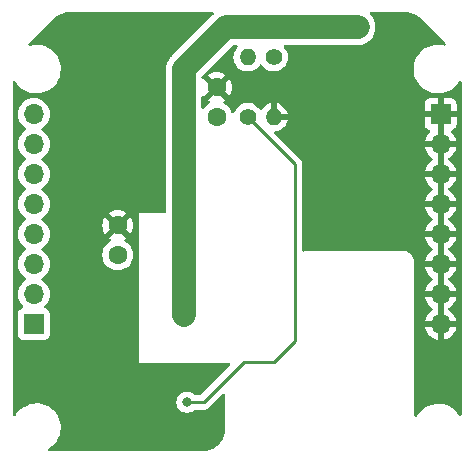
<source format=gbr>
%TF.GenerationSoftware,KiCad,Pcbnew,7.0.11*%
%TF.CreationDate,2025-01-20T01:33:53+09:00*%
%TF.ProjectId,VoltageBooster,566f6c74-6167-4654-926f-6f737465722e,rev?*%
%TF.SameCoordinates,Original*%
%TF.FileFunction,Copper,L2,Bot*%
%TF.FilePolarity,Positive*%
%FSLAX46Y46*%
G04 Gerber Fmt 4.6, Leading zero omitted, Abs format (unit mm)*
G04 Created by KiCad (PCBNEW 7.0.11) date 2025-01-20 01:33:53*
%MOMM*%
%LPD*%
G01*
G04 APERTURE LIST*
%TA.AperFunction,ComponentPad*%
%ADD10C,1.400000*%
%TD*%
%TA.AperFunction,ComponentPad*%
%ADD11O,1.400000X1.400000*%
%TD*%
%TA.AperFunction,ComponentPad*%
%ADD12R,1.700000X1.700000*%
%TD*%
%TA.AperFunction,ComponentPad*%
%ADD13O,1.700000X1.700000*%
%TD*%
%TA.AperFunction,ComponentPad*%
%ADD14C,1.600000*%
%TD*%
%TA.AperFunction,ViaPad*%
%ADD15C,0.800000*%
%TD*%
%TA.AperFunction,Conductor*%
%ADD16C,2.000000*%
%TD*%
%TA.AperFunction,Conductor*%
%ADD17C,0.250000*%
%TD*%
G04 APERTURE END LIST*
D10*
%TO.P,R2,1*%
%TO.N,Net-(VR1-FB)*%
X155448000Y-85344000D03*
D11*
%TO.P,R2,2*%
%TO.N,GND*%
X155448000Y-90424000D03*
%TD*%
D12*
%TO.P,J2,1,Pin_1*%
%TO.N,+12V*%
X135128000Y-107950000D03*
D13*
%TO.P,J2,2,Pin_2*%
X135128000Y-105410000D03*
%TO.P,J2,3,Pin_3*%
X135128000Y-102870000D03*
%TO.P,J2,4,Pin_4*%
X135128000Y-100330000D03*
%TO.P,J2,5,Pin_5*%
%TO.N,unconnected-(J2-Pin_5-Pad5)*%
X135128000Y-97790000D03*
%TO.P,J2,6,Pin_6*%
%TO.N,+48V*%
X135128000Y-95250000D03*
%TO.P,J2,7,Pin_7*%
X135128000Y-92710000D03*
%TO.P,J2,8,Pin_8*%
X135128000Y-90170000D03*
%TD*%
D14*
%TO.P,C3,1*%
%TO.N,+48V*%
X150622000Y-90404000D03*
%TO.P,C3,2*%
%TO.N,GND*%
X150622000Y-87904000D03*
%TD*%
D12*
%TO.P,J1,1,Pin_1*%
%TO.N,GND*%
X169570000Y-90170000D03*
D13*
%TO.P,J1,2,Pin_2*%
X169570000Y-92710000D03*
%TO.P,J1,3,Pin_3*%
X169570000Y-95250000D03*
%TO.P,J1,4,Pin_4*%
X169570000Y-97790000D03*
%TO.P,J1,5,Pin_5*%
X169570000Y-100330000D03*
%TO.P,J1,6,Pin_6*%
X169570000Y-102870000D03*
%TO.P,J1,7,Pin_7*%
X169570000Y-105410000D03*
%TO.P,J1,8,Pin_8*%
X169570000Y-107950000D03*
%TD*%
D14*
%TO.P,C2,1*%
%TO.N,+12V*%
X142240000Y-102088000D03*
%TO.P,C2,2*%
%TO.N,GND*%
X142240000Y-99588000D03*
%TD*%
D10*
%TO.P,R1,1*%
%TO.N,+48V*%
X153238000Y-90429000D03*
D11*
%TO.P,R1,2*%
%TO.N,Net-(VR1-FB)*%
X153238000Y-85349000D03*
%TD*%
D15*
%TO.N,+12V*%
X161074000Y-82804000D03*
X147828000Y-107188000D03*
X147828000Y-103886000D03*
X162560000Y-82804000D03*
X159512000Y-82804000D03*
X147828000Y-102362000D03*
X147828000Y-105410000D03*
%TO.N,GND*%
X137970000Y-82930000D03*
X143530000Y-83230000D03*
X167900000Y-109260000D03*
X167770000Y-102190000D03*
X137200000Y-98610000D03*
X170670000Y-110020000D03*
X138040000Y-118030000D03*
X140180000Y-99430000D03*
X170760000Y-114310000D03*
X167560000Y-90700000D03*
X153210000Y-87810000D03*
X161130000Y-90730000D03*
X164230000Y-84090000D03*
X141986000Y-112522000D03*
X141900000Y-109590000D03*
X167790000Y-88670000D03*
X169310000Y-111980000D03*
X138030000Y-109690000D03*
X164440000Y-90710000D03*
X167890000Y-114290000D03*
X170860000Y-88460000D03*
X157260000Y-90440000D03*
X137710000Y-88100000D03*
X140890000Y-86760000D03*
X145780000Y-88030000D03*
X157820000Y-87990000D03*
X168630000Y-83710000D03*
X148990000Y-82210000D03*
X164460000Y-82140000D03*
X133940000Y-110310000D03*
X151340000Y-86000000D03*
X155420000Y-87820000D03*
%TO.N,+48V*%
X148110000Y-114570000D03*
%TD*%
D16*
%TO.N,+12V*%
X151384000Y-82804000D02*
X157988000Y-82804000D01*
X147828000Y-86360000D02*
X151384000Y-82804000D01*
X147828000Y-102362000D02*
X147828000Y-86360000D01*
X161074000Y-82804000D02*
X162560000Y-82804000D01*
X161074000Y-82804000D02*
X157988000Y-82804000D01*
X147828000Y-107188000D02*
X147828000Y-102362000D01*
X157988000Y-82804000D02*
X159512000Y-82804000D01*
D17*
%TO.N,+48V*%
X155430000Y-111190000D02*
X157225000Y-109395000D01*
X152898167Y-111190000D02*
X155430000Y-111190000D01*
X149518167Y-114570000D02*
X152898167Y-111190000D01*
X157225000Y-109395000D02*
X157225000Y-94416000D01*
X148110000Y-114570000D02*
X149518167Y-114570000D01*
X157225000Y-94416000D02*
X153238000Y-90429000D01*
%TD*%
%TA.AperFunction,Conductor*%
%TO.N,GND*%
G36*
X150299459Y-81551758D02*
G01*
X150345214Y-81604562D01*
X150355158Y-81673720D01*
X150326133Y-81737276D01*
X150316404Y-81747301D01*
X150276267Y-81784250D01*
X150276255Y-81784263D01*
X150261833Y-81802792D01*
X150251664Y-81814307D01*
X146838306Y-85227664D01*
X146826794Y-85237832D01*
X146808255Y-85252262D01*
X146746776Y-85319045D01*
X146743231Y-85322739D01*
X146723104Y-85342865D01*
X146723094Y-85342877D01*
X146704689Y-85364608D01*
X146701298Y-85368448D01*
X146639838Y-85435211D01*
X146639835Y-85435214D01*
X146626994Y-85454870D01*
X146617813Y-85467183D01*
X146602635Y-85485104D01*
X146556174Y-85563074D01*
X146553462Y-85567417D01*
X146503829Y-85643389D01*
X146503824Y-85643397D01*
X146494397Y-85664889D01*
X146487367Y-85678546D01*
X146475348Y-85698716D01*
X146475343Y-85698726D01*
X146442347Y-85783288D01*
X146440386Y-85788021D01*
X146403937Y-85871118D01*
X146403935Y-85871123D01*
X146398169Y-85893890D01*
X146393484Y-85908515D01*
X146384953Y-85930379D01*
X146384948Y-85930395D01*
X146366324Y-86019211D01*
X146365170Y-86024201D01*
X146342892Y-86112175D01*
X146342890Y-86112186D01*
X146340952Y-86135577D01*
X146338737Y-86150778D01*
X146333920Y-86173750D01*
X146333919Y-86173763D01*
X146330168Y-86264440D01*
X146329851Y-86269550D01*
X146327500Y-86297934D01*
X146327500Y-86326402D01*
X146327394Y-86331526D01*
X146323642Y-86422219D01*
X146326548Y-86445526D01*
X146327500Y-86460863D01*
X146327500Y-98391152D01*
X146307815Y-98458191D01*
X146255011Y-98503946D01*
X146203207Y-98515152D01*
X144027869Y-98510018D01*
X144020000Y-98510000D01*
X144019999Y-98510000D01*
X144010000Y-111259999D01*
X144010000Y-111260000D01*
X151644215Y-111260000D01*
X151711254Y-111279685D01*
X151757009Y-111332489D01*
X151766953Y-111401647D01*
X151737928Y-111465203D01*
X151731896Y-111471681D01*
X149295395Y-113908181D01*
X149234072Y-113941666D01*
X149207714Y-113944500D01*
X148813748Y-113944500D01*
X148746709Y-113924815D01*
X148721600Y-113903474D01*
X148715873Y-113897114D01*
X148715869Y-113897110D01*
X148562734Y-113785851D01*
X148562729Y-113785848D01*
X148389807Y-113708857D01*
X148389802Y-113708855D01*
X148244001Y-113677865D01*
X148204646Y-113669500D01*
X148015354Y-113669500D01*
X147982897Y-113676398D01*
X147830197Y-113708855D01*
X147830192Y-113708857D01*
X147657270Y-113785848D01*
X147657265Y-113785851D01*
X147504129Y-113897111D01*
X147377466Y-114037785D01*
X147282821Y-114201715D01*
X147282818Y-114201722D01*
X147224327Y-114381740D01*
X147224326Y-114381744D01*
X147204540Y-114570000D01*
X147224326Y-114758256D01*
X147224327Y-114758259D01*
X147282818Y-114938277D01*
X147282821Y-114938284D01*
X147377467Y-115102216D01*
X147498401Y-115236526D01*
X147504129Y-115242888D01*
X147657265Y-115354148D01*
X147657270Y-115354151D01*
X147830192Y-115431142D01*
X147830197Y-115431144D01*
X148015354Y-115470500D01*
X148015355Y-115470500D01*
X148204644Y-115470500D01*
X148204646Y-115470500D01*
X148389803Y-115431144D01*
X148562730Y-115354151D01*
X148715871Y-115242888D01*
X148718788Y-115239647D01*
X148721600Y-115236526D01*
X148781087Y-115199879D01*
X148813748Y-115195500D01*
X149435424Y-115195500D01*
X149451044Y-115197224D01*
X149451071Y-115196939D01*
X149458827Y-115197671D01*
X149458834Y-115197673D01*
X149526040Y-115195561D01*
X149529935Y-115195500D01*
X149557513Y-115195500D01*
X149557517Y-115195500D01*
X149561491Y-115194997D01*
X149573130Y-115194080D01*
X149616794Y-115192709D01*
X149636036Y-115187117D01*
X149655079Y-115183174D01*
X149674959Y-115180664D01*
X149715568Y-115164585D01*
X149726611Y-115160803D01*
X149768557Y-115148618D01*
X149785796Y-115138422D01*
X149803270Y-115129862D01*
X149821894Y-115122488D01*
X149821894Y-115122487D01*
X149821899Y-115122486D01*
X149857250Y-115096800D01*
X149866981Y-115090408D01*
X149904587Y-115068170D01*
X149918756Y-115053999D01*
X149933546Y-115041368D01*
X149949754Y-115029594D01*
X149977605Y-114995926D01*
X149985446Y-114987309D01*
X151137819Y-113834937D01*
X151199142Y-113801452D01*
X151268834Y-113806436D01*
X151324767Y-113848308D01*
X151349184Y-113913772D01*
X151349500Y-113922618D01*
X151349500Y-116723792D01*
X151349480Y-116726026D01*
X151349402Y-116730354D01*
X151349244Y-116734763D01*
X151348781Y-116743393D01*
X151348694Y-116744859D01*
X151344032Y-116815998D01*
X151343981Y-116816734D01*
X151334905Y-116943653D01*
X151334511Y-116948061D01*
X151327589Y-117012455D01*
X151326328Y-117021221D01*
X151320990Y-117050804D01*
X151320579Y-117052975D01*
X151307059Y-117120949D01*
X151306608Y-117123115D01*
X151284662Y-117224007D01*
X151283643Y-117228319D01*
X151269308Y-117284479D01*
X151266580Y-117293668D01*
X151233789Y-117390270D01*
X151232551Y-117393746D01*
X151195040Y-117494319D01*
X151193420Y-117498436D01*
X151176353Y-117539642D01*
X151173003Y-117547036D01*
X151125567Y-117643226D01*
X151123188Y-117647807D01*
X151067862Y-117749134D01*
X151065669Y-117752986D01*
X151050249Y-117778973D01*
X151046712Y-117784586D01*
X150984389Y-117877861D01*
X150980554Y-117883281D01*
X150905705Y-117983269D01*
X150902987Y-117986768D01*
X150894206Y-117997664D01*
X150890885Y-118001613D01*
X150812877Y-118090565D01*
X150807330Y-118096488D01*
X150713901Y-118189918D01*
X150707978Y-118195465D01*
X150619015Y-118273484D01*
X150615066Y-118276804D01*
X150604184Y-118285574D01*
X150600684Y-118288293D01*
X150500688Y-118363149D01*
X150495269Y-118366984D01*
X150402001Y-118429304D01*
X150396386Y-118432842D01*
X150370422Y-118448248D01*
X150366572Y-118450441D01*
X150265216Y-118505784D01*
X150260634Y-118508163D01*
X150164456Y-118555593D01*
X150157068Y-118558941D01*
X150115863Y-118576010D01*
X150111741Y-118577632D01*
X150011146Y-118615152D01*
X150007671Y-118616389D01*
X149911102Y-118649170D01*
X149901910Y-118651899D01*
X149845712Y-118666243D01*
X149841403Y-118667261D01*
X149740518Y-118689207D01*
X149738352Y-118689658D01*
X149670555Y-118703144D01*
X149668379Y-118703557D01*
X149638625Y-118708925D01*
X149629859Y-118710185D01*
X149565477Y-118717104D01*
X149561066Y-118717499D01*
X149432111Y-118726715D01*
X149431381Y-118726765D01*
X149363449Y-118731217D01*
X149361979Y-118731304D01*
X149352187Y-118731829D01*
X149347775Y-118731987D01*
X149345680Y-118732024D01*
X149343456Y-118732064D01*
X149341261Y-118732084D01*
X136440835Y-118732084D01*
X136373796Y-118712399D01*
X136328041Y-118659595D01*
X136318097Y-118590437D01*
X136347122Y-118526881D01*
X136382621Y-118498598D01*
X136420358Y-118478532D01*
X136449253Y-118463169D01*
X136681254Y-118294610D01*
X136887539Y-118095403D01*
X137064093Y-117869425D01*
X137207477Y-117621075D01*
X137314903Y-117355187D01*
X137384279Y-117076935D01*
X137414255Y-116791736D01*
X137412265Y-116734763D01*
X137404247Y-116505144D01*
X137404246Y-116505137D01*
X137354450Y-116222728D01*
X137265833Y-115949994D01*
X137211661Y-115838925D01*
X137140125Y-115692254D01*
X137140123Y-115692251D01*
X137140121Y-115692247D01*
X136979762Y-115454504D01*
X136805883Y-115261392D01*
X136787879Y-115241396D01*
X136787872Y-115241389D01*
X136568202Y-115057063D01*
X136325006Y-114905097D01*
X136325004Y-114905096D01*
X136063037Y-114788459D01*
X136063027Y-114788456D01*
X136063025Y-114788455D01*
X135787364Y-114709411D01*
X135787362Y-114709410D01*
X135787353Y-114709408D01*
X135503389Y-114669500D01*
X135503385Y-114669500D01*
X135288396Y-114669500D01*
X135288383Y-114669500D01*
X135073925Y-114684497D01*
X135073921Y-114684497D01*
X134793427Y-114744119D01*
X134523954Y-114842199D01*
X134270752Y-114976827D01*
X134270745Y-114976832D01*
X134038753Y-115145383D01*
X134038746Y-115145389D01*
X133832459Y-115344599D01*
X133655907Y-115570574D01*
X133581887Y-115698782D01*
X133531320Y-115746997D01*
X133462713Y-115760221D01*
X133397849Y-115734253D01*
X133357320Y-115677339D01*
X133350500Y-115636782D01*
X133350500Y-105410000D01*
X133772341Y-105410000D01*
X133792936Y-105645403D01*
X133792938Y-105645413D01*
X133854094Y-105873655D01*
X133854096Y-105873659D01*
X133854097Y-105873663D01*
X133953847Y-106087578D01*
X133953965Y-106087830D01*
X133953967Y-106087834D01*
X134062281Y-106242521D01*
X134089501Y-106281396D01*
X134089506Y-106281402D01*
X134211430Y-106403326D01*
X134244915Y-106464649D01*
X134239931Y-106534341D01*
X134198059Y-106590274D01*
X134167083Y-106607189D01*
X134035669Y-106656203D01*
X134035664Y-106656206D01*
X133920455Y-106742452D01*
X133920452Y-106742455D01*
X133834206Y-106857664D01*
X133834202Y-106857671D01*
X133783908Y-106992517D01*
X133777501Y-107052116D01*
X133777501Y-107052123D01*
X133777500Y-107052135D01*
X133777500Y-108847870D01*
X133777501Y-108847876D01*
X133783908Y-108907483D01*
X133834202Y-109042328D01*
X133834206Y-109042335D01*
X133920452Y-109157544D01*
X133920455Y-109157547D01*
X134035664Y-109243793D01*
X134035671Y-109243797D01*
X134170517Y-109294091D01*
X134170516Y-109294091D01*
X134177444Y-109294835D01*
X134230127Y-109300500D01*
X136025872Y-109300499D01*
X136085483Y-109294091D01*
X136220331Y-109243796D01*
X136335546Y-109157546D01*
X136421796Y-109042331D01*
X136472091Y-108907483D01*
X136478500Y-108847873D01*
X136478499Y-107052128D01*
X136472091Y-106992517D01*
X136442019Y-106911891D01*
X136421797Y-106857671D01*
X136421793Y-106857664D01*
X136335547Y-106742455D01*
X136335544Y-106742452D01*
X136220335Y-106656206D01*
X136220328Y-106656202D01*
X136088917Y-106607189D01*
X136032983Y-106565318D01*
X136008566Y-106499853D01*
X136023418Y-106431580D01*
X136044563Y-106403332D01*
X136166495Y-106281401D01*
X136302035Y-106087830D01*
X136401903Y-105873663D01*
X136463063Y-105645408D01*
X136483659Y-105410000D01*
X136463063Y-105174592D01*
X136401903Y-104946337D01*
X136302035Y-104732171D01*
X136166495Y-104538599D01*
X136166494Y-104538597D01*
X135999402Y-104371506D01*
X135999396Y-104371501D01*
X135813842Y-104241575D01*
X135770217Y-104186998D01*
X135763023Y-104117500D01*
X135794546Y-104055145D01*
X135813842Y-104038425D01*
X135836026Y-104022891D01*
X135999401Y-103908495D01*
X136166495Y-103741401D01*
X136302035Y-103547830D01*
X136401903Y-103333663D01*
X136463063Y-103105408D01*
X136483659Y-102870000D01*
X136463063Y-102634592D01*
X136401903Y-102406337D01*
X136302035Y-102192171D01*
X136229095Y-102088001D01*
X140934532Y-102088001D01*
X140954364Y-102314686D01*
X140954366Y-102314697D01*
X141013258Y-102534488D01*
X141013261Y-102534497D01*
X141109431Y-102740732D01*
X141109432Y-102740734D01*
X141239954Y-102927141D01*
X141400858Y-103088045D01*
X141400861Y-103088047D01*
X141587266Y-103218568D01*
X141793504Y-103314739D01*
X142013308Y-103373635D01*
X142175230Y-103387801D01*
X142239998Y-103393468D01*
X142240000Y-103393468D01*
X142240002Y-103393468D01*
X142296673Y-103388509D01*
X142466692Y-103373635D01*
X142686496Y-103314739D01*
X142892734Y-103218568D01*
X143079139Y-103088047D01*
X143240047Y-102927139D01*
X143370568Y-102740734D01*
X143466739Y-102534496D01*
X143525635Y-102314692D01*
X143545468Y-102088000D01*
X143525635Y-101861308D01*
X143466739Y-101641504D01*
X143370568Y-101435266D01*
X143240047Y-101248861D01*
X143240045Y-101248858D01*
X143079141Y-101087954D01*
X142892734Y-100957432D01*
X142892730Y-100957430D01*
X142877022Y-100950105D01*
X142824583Y-100903931D01*
X142805433Y-100836737D01*
X142825650Y-100769857D01*
X142877028Y-100725340D01*
X142892481Y-100718134D01*
X142965471Y-100667024D01*
X142284400Y-99985953D01*
X142365148Y-99973165D01*
X142478045Y-99915641D01*
X142567641Y-99826045D01*
X142625165Y-99713148D01*
X142637953Y-99632400D01*
X143319024Y-100313471D01*
X143370136Y-100240478D01*
X143466264Y-100034331D01*
X143466269Y-100034317D01*
X143525139Y-99814610D01*
X143525141Y-99814599D01*
X143544966Y-99588002D01*
X143544966Y-99587997D01*
X143525141Y-99361400D01*
X143525139Y-99361389D01*
X143466269Y-99141682D01*
X143466264Y-99141668D01*
X143370136Y-98935521D01*
X143370132Y-98935513D01*
X143319025Y-98862526D01*
X142637953Y-99543598D01*
X142625165Y-99462852D01*
X142567641Y-99349955D01*
X142478045Y-99260359D01*
X142365148Y-99202835D01*
X142284401Y-99190046D01*
X142965472Y-98508974D01*
X142892478Y-98457863D01*
X142686331Y-98361735D01*
X142686317Y-98361730D01*
X142466610Y-98302860D01*
X142466599Y-98302858D01*
X142240002Y-98283034D01*
X142239998Y-98283034D01*
X142013400Y-98302858D01*
X142013389Y-98302860D01*
X141793682Y-98361730D01*
X141793673Y-98361734D01*
X141587516Y-98457866D01*
X141587512Y-98457868D01*
X141514526Y-98508973D01*
X141514526Y-98508974D01*
X142195599Y-99190046D01*
X142114852Y-99202835D01*
X142001955Y-99260359D01*
X141912359Y-99349955D01*
X141854835Y-99462852D01*
X141842046Y-99543598D01*
X141160974Y-98862526D01*
X141160973Y-98862526D01*
X141109868Y-98935512D01*
X141109866Y-98935516D01*
X141013734Y-99141673D01*
X141013730Y-99141682D01*
X140954860Y-99361389D01*
X140954858Y-99361400D01*
X140935034Y-99587997D01*
X140935034Y-99588002D01*
X140954858Y-99814599D01*
X140954860Y-99814610D01*
X141013730Y-100034317D01*
X141013735Y-100034331D01*
X141109863Y-100240478D01*
X141160974Y-100313472D01*
X141842046Y-99632400D01*
X141854835Y-99713148D01*
X141912359Y-99826045D01*
X142001955Y-99915641D01*
X142114852Y-99973165D01*
X142195599Y-99985953D01*
X141514526Y-100667025D01*
X141587513Y-100718132D01*
X141587515Y-100718133D01*
X141602973Y-100725341D01*
X141655413Y-100771513D01*
X141674566Y-100838706D01*
X141654351Y-100905587D01*
X141602979Y-100950104D01*
X141587270Y-100957429D01*
X141587265Y-100957432D01*
X141400858Y-101087954D01*
X141239954Y-101248858D01*
X141109432Y-101435265D01*
X141109431Y-101435267D01*
X141013261Y-101641502D01*
X141013258Y-101641511D01*
X140954366Y-101861302D01*
X140954364Y-101861313D01*
X140934532Y-102087998D01*
X140934532Y-102088001D01*
X136229095Y-102088001D01*
X136191986Y-102035003D01*
X136166494Y-101998597D01*
X135999402Y-101831506D01*
X135999396Y-101831501D01*
X135813842Y-101701575D01*
X135770217Y-101646998D01*
X135763023Y-101577500D01*
X135794546Y-101515145D01*
X135813842Y-101498425D01*
X135836026Y-101482891D01*
X135999401Y-101368495D01*
X136166495Y-101201401D01*
X136302035Y-101007830D01*
X136401903Y-100793663D01*
X136463063Y-100565408D01*
X136483659Y-100330000D01*
X136463063Y-100094592D01*
X136401903Y-99866337D01*
X136302035Y-99652171D01*
X136257103Y-99588000D01*
X136166494Y-99458597D01*
X135999402Y-99291506D01*
X135999396Y-99291501D01*
X135813842Y-99161575D01*
X135770217Y-99106998D01*
X135763023Y-99037500D01*
X135794546Y-98975145D01*
X135813842Y-98958425D01*
X135846565Y-98935512D01*
X135999401Y-98828495D01*
X136166495Y-98661401D01*
X136302035Y-98467830D01*
X136401903Y-98253663D01*
X136463063Y-98025408D01*
X136483659Y-97790000D01*
X136463063Y-97554592D01*
X136401903Y-97326337D01*
X136302035Y-97112171D01*
X136166495Y-96918599D01*
X136166494Y-96918597D01*
X135999402Y-96751506D01*
X135999396Y-96751501D01*
X135813842Y-96621575D01*
X135770217Y-96566998D01*
X135763023Y-96497500D01*
X135794546Y-96435145D01*
X135813842Y-96418425D01*
X135836026Y-96402891D01*
X135999401Y-96288495D01*
X136166495Y-96121401D01*
X136302035Y-95927830D01*
X136401903Y-95713663D01*
X136463063Y-95485408D01*
X136483659Y-95250000D01*
X136463063Y-95014592D01*
X136401903Y-94786337D01*
X136302035Y-94572171D01*
X136250617Y-94498737D01*
X136166494Y-94378597D01*
X135999402Y-94211506D01*
X135999396Y-94211501D01*
X135813842Y-94081575D01*
X135770217Y-94026998D01*
X135763023Y-93957500D01*
X135794546Y-93895145D01*
X135813842Y-93878425D01*
X135836026Y-93862891D01*
X135999401Y-93748495D01*
X136166495Y-93581401D01*
X136302035Y-93387830D01*
X136401903Y-93173663D01*
X136463063Y-92945408D01*
X136483659Y-92710000D01*
X136463063Y-92474592D01*
X136401903Y-92246337D01*
X136302035Y-92032171D01*
X136166495Y-91838599D01*
X136166494Y-91838597D01*
X135999402Y-91671506D01*
X135999396Y-91671501D01*
X135813842Y-91541575D01*
X135770217Y-91486998D01*
X135763023Y-91417500D01*
X135794546Y-91355145D01*
X135813842Y-91338425D01*
X135952642Y-91241236D01*
X135999401Y-91208495D01*
X136166495Y-91041401D01*
X136302035Y-90847830D01*
X136401903Y-90633663D01*
X136463063Y-90405408D01*
X136483659Y-90170000D01*
X136463063Y-89934592D01*
X136401903Y-89706337D01*
X136302035Y-89492171D01*
X136284324Y-89466876D01*
X136166494Y-89298597D01*
X135999402Y-89131506D01*
X135999395Y-89131501D01*
X135805834Y-88995967D01*
X135805830Y-88995965D01*
X135734727Y-88962809D01*
X135591663Y-88896097D01*
X135591659Y-88896096D01*
X135591655Y-88896094D01*
X135363413Y-88834938D01*
X135363403Y-88834936D01*
X135128001Y-88814341D01*
X135127999Y-88814341D01*
X134892596Y-88834936D01*
X134892586Y-88834938D01*
X134664344Y-88896094D01*
X134664335Y-88896098D01*
X134450171Y-88995964D01*
X134450169Y-88995965D01*
X134256597Y-89131505D01*
X134089505Y-89298597D01*
X133953965Y-89492169D01*
X133953964Y-89492171D01*
X133854098Y-89706335D01*
X133854094Y-89706344D01*
X133792938Y-89934586D01*
X133792936Y-89934596D01*
X133772341Y-90169999D01*
X133772341Y-90170000D01*
X133792936Y-90405403D01*
X133792938Y-90405413D01*
X133854094Y-90633655D01*
X133854096Y-90633659D01*
X133854097Y-90633663D01*
X133919638Y-90774215D01*
X133953965Y-90847830D01*
X133953967Y-90847834D01*
X134089501Y-91041395D01*
X134089506Y-91041402D01*
X134256597Y-91208493D01*
X134256603Y-91208498D01*
X134442158Y-91338425D01*
X134485783Y-91393002D01*
X134492977Y-91462500D01*
X134461454Y-91524855D01*
X134442158Y-91541575D01*
X134256597Y-91671505D01*
X134089505Y-91838597D01*
X133953965Y-92032169D01*
X133953964Y-92032171D01*
X133854098Y-92246335D01*
X133854094Y-92246344D01*
X133792938Y-92474586D01*
X133792936Y-92474596D01*
X133772341Y-92709999D01*
X133772341Y-92710000D01*
X133792936Y-92945403D01*
X133792938Y-92945413D01*
X133854094Y-93173655D01*
X133854096Y-93173659D01*
X133854097Y-93173663D01*
X133953847Y-93387578D01*
X133953965Y-93387830D01*
X133953967Y-93387834D01*
X134089501Y-93581395D01*
X134089506Y-93581402D01*
X134256597Y-93748493D01*
X134256603Y-93748498D01*
X134442158Y-93878425D01*
X134485783Y-93933002D01*
X134492977Y-94002500D01*
X134461454Y-94064855D01*
X134442158Y-94081575D01*
X134256597Y-94211505D01*
X134089505Y-94378597D01*
X133953965Y-94572169D01*
X133953964Y-94572171D01*
X133854098Y-94786335D01*
X133854094Y-94786344D01*
X133792938Y-95014586D01*
X133792936Y-95014596D01*
X133772341Y-95249999D01*
X133772341Y-95250000D01*
X133792936Y-95485403D01*
X133792938Y-95485413D01*
X133854094Y-95713655D01*
X133854096Y-95713659D01*
X133854097Y-95713663D01*
X133953847Y-95927578D01*
X133953965Y-95927830D01*
X133953967Y-95927834D01*
X134089501Y-96121395D01*
X134089506Y-96121402D01*
X134256597Y-96288493D01*
X134256603Y-96288498D01*
X134442158Y-96418425D01*
X134485783Y-96473002D01*
X134492977Y-96542500D01*
X134461454Y-96604855D01*
X134442158Y-96621575D01*
X134256597Y-96751505D01*
X134089505Y-96918597D01*
X133953965Y-97112169D01*
X133953964Y-97112171D01*
X133854098Y-97326335D01*
X133854094Y-97326344D01*
X133792938Y-97554586D01*
X133792936Y-97554596D01*
X133772341Y-97789999D01*
X133772341Y-97790000D01*
X133792936Y-98025403D01*
X133792938Y-98025413D01*
X133854094Y-98253655D01*
X133854096Y-98253659D01*
X133854097Y-98253663D01*
X133921785Y-98398820D01*
X133953965Y-98467830D01*
X133953967Y-98467834D01*
X134089501Y-98661395D01*
X134089506Y-98661402D01*
X134256597Y-98828493D01*
X134256603Y-98828498D01*
X134442158Y-98958425D01*
X134485783Y-99013002D01*
X134492977Y-99082500D01*
X134461454Y-99144855D01*
X134442158Y-99161575D01*
X134256597Y-99291505D01*
X134089505Y-99458597D01*
X133953965Y-99652169D01*
X133953964Y-99652171D01*
X133854098Y-99866335D01*
X133854094Y-99866344D01*
X133792938Y-100094586D01*
X133792936Y-100094596D01*
X133772341Y-100329999D01*
X133772341Y-100330000D01*
X133792936Y-100565403D01*
X133792938Y-100565413D01*
X133854094Y-100793655D01*
X133854096Y-100793659D01*
X133854097Y-100793663D01*
X133874183Y-100836737D01*
X133953965Y-101007830D01*
X133953967Y-101007834D01*
X134089501Y-101201395D01*
X134089506Y-101201402D01*
X134256597Y-101368493D01*
X134256603Y-101368498D01*
X134442158Y-101498425D01*
X134485783Y-101553002D01*
X134492977Y-101622500D01*
X134461454Y-101684855D01*
X134442158Y-101701575D01*
X134256597Y-101831505D01*
X134089505Y-101998597D01*
X133953965Y-102192169D01*
X133953964Y-102192171D01*
X133854098Y-102406335D01*
X133854094Y-102406344D01*
X133792938Y-102634586D01*
X133792936Y-102634596D01*
X133772341Y-102869999D01*
X133772341Y-102870000D01*
X133792936Y-103105403D01*
X133792938Y-103105413D01*
X133854094Y-103333655D01*
X133854096Y-103333659D01*
X133854097Y-103333663D01*
X133881985Y-103393468D01*
X133953965Y-103547830D01*
X133953967Y-103547834D01*
X134089501Y-103741395D01*
X134089506Y-103741402D01*
X134256597Y-103908493D01*
X134256603Y-103908498D01*
X134442158Y-104038425D01*
X134485783Y-104093002D01*
X134492977Y-104162500D01*
X134461454Y-104224855D01*
X134442158Y-104241575D01*
X134256597Y-104371505D01*
X134089505Y-104538597D01*
X133953965Y-104732169D01*
X133953964Y-104732171D01*
X133854098Y-104946335D01*
X133854094Y-104946344D01*
X133792938Y-105174586D01*
X133792936Y-105174596D01*
X133772341Y-105409999D01*
X133772341Y-105410000D01*
X133350500Y-105410000D01*
X133350500Y-87453231D01*
X133370185Y-87386192D01*
X133422989Y-87340437D01*
X133492147Y-87330493D01*
X133555703Y-87359518D01*
X133576552Y-87384773D01*
X133577458Y-87384163D01*
X133579877Y-87387750D01*
X133579879Y-87387753D01*
X133740238Y-87625496D01*
X133786963Y-87677389D01*
X133932120Y-87838603D01*
X133932127Y-87838610D01*
X134151797Y-88022936D01*
X134378994Y-88164905D01*
X134394998Y-88174905D01*
X134513800Y-88227799D01*
X134656962Y-88291540D01*
X134656967Y-88291541D01*
X134656975Y-88291545D01*
X134932636Y-88370589D01*
X134932641Y-88370589D01*
X134932646Y-88370591D01*
X135121955Y-88397196D01*
X135216610Y-88410499D01*
X135216612Y-88410500D01*
X135216615Y-88410500D01*
X135431592Y-88410500D01*
X135431604Y-88410500D01*
X135646071Y-88395503D01*
X135646076Y-88395502D01*
X135646078Y-88395502D01*
X135767663Y-88369657D01*
X135926575Y-88335880D01*
X136196050Y-88237799D01*
X136449253Y-88103169D01*
X136681254Y-87934610D01*
X136887539Y-87735403D01*
X137064093Y-87509425D01*
X137207477Y-87261075D01*
X137314903Y-86995187D01*
X137384279Y-86716935D01*
X137414255Y-86431736D01*
X137414133Y-86428247D01*
X137404809Y-86161234D01*
X137404247Y-86145141D01*
X137354450Y-85862728D01*
X137265833Y-85589994D01*
X137260956Y-85579994D01*
X137140125Y-85332254D01*
X137140123Y-85332251D01*
X137140121Y-85332247D01*
X136979762Y-85094504D01*
X136787875Y-84881392D01*
X136787872Y-84881389D01*
X136568202Y-84697063D01*
X136325006Y-84545097D01*
X136325004Y-84545096D01*
X136063037Y-84428459D01*
X136063027Y-84428456D01*
X136063025Y-84428455D01*
X135787364Y-84349411D01*
X135787362Y-84349410D01*
X135787353Y-84349408D01*
X135503389Y-84309500D01*
X135503385Y-84309500D01*
X135288396Y-84309500D01*
X135288383Y-84309500D01*
X135073925Y-84324497D01*
X135073921Y-84324497D01*
X134827925Y-84376786D01*
X134758258Y-84371470D01*
X134702524Y-84329333D01*
X134678419Y-84263753D01*
X134693596Y-84195552D01*
X134714459Y-84167819D01*
X136761925Y-82120354D01*
X136766253Y-82116233D01*
X136768232Y-82114439D01*
X136768266Y-82114408D01*
X136804028Y-82082450D01*
X136804723Y-82081834D01*
X136910127Y-81989401D01*
X136913199Y-81986796D01*
X136957745Y-81950239D01*
X136964566Y-81945030D01*
X137026250Y-81901264D01*
X137028862Y-81899466D01*
X137122288Y-81837043D01*
X137125620Y-81834895D01*
X137157822Y-81814871D01*
X137163208Y-81811711D01*
X137239182Y-81769723D01*
X137244295Y-81767052D01*
X137352474Y-81713707D01*
X137356084Y-81711998D01*
X137370361Y-81705530D01*
X137373870Y-81704008D01*
X137455042Y-81670388D01*
X137458634Y-81668968D01*
X137473277Y-81663458D01*
X137476980Y-81662132D01*
X137591305Y-81623326D01*
X137596727Y-81621626D01*
X137680138Y-81597597D01*
X137686198Y-81596019D01*
X137723167Y-81587399D01*
X137726993Y-81586573D01*
X137837194Y-81564655D01*
X137840425Y-81564059D01*
X137914931Y-81551401D01*
X137923451Y-81550259D01*
X137980725Y-81544615D01*
X137984697Y-81544288D01*
X138122460Y-81535246D01*
X138123153Y-81535204D01*
X138175464Y-81532267D01*
X138182390Y-81532073D01*
X150232420Y-81532073D01*
X150299459Y-81551758D01*
G37*
%TD.AperFunction*%
%TA.AperFunction,Conductor*%
G36*
X169820000Y-107514498D02*
G01*
X169712315Y-107465320D01*
X169605763Y-107450000D01*
X169534237Y-107450000D01*
X169427685Y-107465320D01*
X169320000Y-107514498D01*
X169320000Y-105845501D01*
X169427685Y-105894680D01*
X169534237Y-105910000D01*
X169605763Y-105910000D01*
X169712315Y-105894680D01*
X169820000Y-105845501D01*
X169820000Y-107514498D01*
G37*
%TD.AperFunction*%
%TA.AperFunction,Conductor*%
G36*
X169820000Y-104974498D02*
G01*
X169712315Y-104925320D01*
X169605763Y-104910000D01*
X169534237Y-104910000D01*
X169427685Y-104925320D01*
X169320000Y-104974498D01*
X169320000Y-103305501D01*
X169427685Y-103354680D01*
X169534237Y-103370000D01*
X169605763Y-103370000D01*
X169712315Y-103354680D01*
X169820000Y-103305501D01*
X169820000Y-104974498D01*
G37*
%TD.AperFunction*%
%TA.AperFunction,Conductor*%
G36*
X169820000Y-102434498D02*
G01*
X169712315Y-102385320D01*
X169605763Y-102370000D01*
X169534237Y-102370000D01*
X169427685Y-102385320D01*
X169320000Y-102434498D01*
X169320000Y-100765501D01*
X169427685Y-100814680D01*
X169534237Y-100830000D01*
X169605763Y-100830000D01*
X169712315Y-100814680D01*
X169820000Y-100765501D01*
X169820000Y-102434498D01*
G37*
%TD.AperFunction*%
%TA.AperFunction,Conductor*%
G36*
X169820000Y-99894498D02*
G01*
X169712315Y-99845320D01*
X169605763Y-99830000D01*
X169534237Y-99830000D01*
X169427685Y-99845320D01*
X169320000Y-99894498D01*
X169320000Y-98225501D01*
X169427685Y-98274680D01*
X169534237Y-98290000D01*
X169605763Y-98290000D01*
X169712315Y-98274680D01*
X169820000Y-98225501D01*
X169820000Y-99894498D01*
G37*
%TD.AperFunction*%
%TA.AperFunction,Conductor*%
G36*
X169820000Y-97354498D02*
G01*
X169712315Y-97305320D01*
X169605763Y-97290000D01*
X169534237Y-97290000D01*
X169427685Y-97305320D01*
X169320000Y-97354498D01*
X169320000Y-95685501D01*
X169427685Y-95734680D01*
X169534237Y-95750000D01*
X169605763Y-95750000D01*
X169712315Y-95734680D01*
X169820000Y-95685501D01*
X169820000Y-97354498D01*
G37*
%TD.AperFunction*%
%TA.AperFunction,Conductor*%
G36*
X169820000Y-94814498D02*
G01*
X169712315Y-94765320D01*
X169605763Y-94750000D01*
X169534237Y-94750000D01*
X169427685Y-94765320D01*
X169320000Y-94814498D01*
X169320000Y-93145501D01*
X169427685Y-93194680D01*
X169534237Y-93210000D01*
X169605763Y-93210000D01*
X169712315Y-93194680D01*
X169820000Y-93145501D01*
X169820000Y-94814498D01*
G37*
%TD.AperFunction*%
%TA.AperFunction,Conductor*%
G36*
X169820000Y-92274498D02*
G01*
X169712315Y-92225320D01*
X169605763Y-92210000D01*
X169534237Y-92210000D01*
X169427685Y-92225320D01*
X169320000Y-92274498D01*
X169320000Y-90605501D01*
X169427685Y-90654680D01*
X169534237Y-90670000D01*
X169605763Y-90670000D01*
X169712315Y-90654680D01*
X169820000Y-90605501D01*
X169820000Y-92274498D01*
G37*
%TD.AperFunction*%
%TA.AperFunction,Conductor*%
G36*
X166523836Y-81532220D02*
G01*
X166526530Y-81532352D01*
X166526798Y-81532366D01*
X166574540Y-81535046D01*
X166575126Y-81535082D01*
X166715243Y-81544264D01*
X166719236Y-81544591D01*
X166776578Y-81550238D01*
X166785167Y-81551390D01*
X166859544Y-81564026D01*
X166862824Y-81564630D01*
X166972967Y-81586537D01*
X166976884Y-81587383D01*
X167013789Y-81595988D01*
X167019902Y-81597580D01*
X167103236Y-81621587D01*
X167108720Y-81623306D01*
X167222982Y-81662091D01*
X167226752Y-81663440D01*
X167241358Y-81668937D01*
X167245088Y-81670411D01*
X167326020Y-81703933D01*
X167329703Y-81705530D01*
X167343882Y-81711954D01*
X167347528Y-81713678D01*
X167455719Y-81767029D01*
X167460851Y-81769710D01*
X167531697Y-81808864D01*
X167536748Y-81811655D01*
X167542206Y-81814857D01*
X167574380Y-81834863D01*
X167577743Y-81837032D01*
X167671074Y-81899391D01*
X167673938Y-81901364D01*
X167735344Y-81944932D01*
X167742262Y-81950215D01*
X167786852Y-81986814D01*
X167789948Y-81989441D01*
X167897016Y-82083353D01*
X167897874Y-82084113D01*
X167928575Y-82111548D01*
X167929152Y-82112066D01*
X167933689Y-82116179D01*
X167938075Y-82120356D01*
X168991335Y-83173616D01*
X169970768Y-84153048D01*
X170004253Y-84214371D01*
X169999269Y-84284063D01*
X169957397Y-84339996D01*
X169891933Y-84364413D01*
X169848909Y-84359926D01*
X169841833Y-84357897D01*
X169777364Y-84339411D01*
X169777360Y-84339410D01*
X169777355Y-84339409D01*
X169493389Y-84299500D01*
X169493385Y-84299500D01*
X169278396Y-84299500D01*
X169278383Y-84299500D01*
X169063925Y-84314497D01*
X169063921Y-84314497D01*
X168783427Y-84374119D01*
X168513954Y-84472199D01*
X168260752Y-84606827D01*
X168260745Y-84606832D01*
X168028753Y-84775383D01*
X168028746Y-84775389D01*
X167822459Y-84974599D01*
X167645907Y-85200574D01*
X167502525Y-85448920D01*
X167502519Y-85448932D01*
X167395097Y-85714811D01*
X167350448Y-85893890D01*
X167325721Y-85993065D01*
X167309145Y-86150778D01*
X167295744Y-86278274D01*
X167305752Y-86564855D01*
X167305753Y-86564862D01*
X167355549Y-86847269D01*
X167355550Y-86847273D01*
X167444168Y-87120010D01*
X167569874Y-87377745D01*
X167569877Y-87377749D01*
X167569879Y-87377753D01*
X167730238Y-87615496D01*
X167739242Y-87625496D01*
X167922120Y-87828603D01*
X167922127Y-87828610D01*
X168141797Y-88012936D01*
X168141801Y-88012939D01*
X168141803Y-88012940D01*
X168384998Y-88164905D01*
X168504823Y-88218255D01*
X168646962Y-88281540D01*
X168646967Y-88281541D01*
X168646975Y-88281545D01*
X168922636Y-88360589D01*
X168922641Y-88360589D01*
X168922646Y-88360591D01*
X169111955Y-88387196D01*
X169206610Y-88400499D01*
X169206612Y-88400500D01*
X169206615Y-88400500D01*
X169421592Y-88400500D01*
X169421604Y-88400500D01*
X169636071Y-88385503D01*
X169636076Y-88385502D01*
X169636078Y-88385502D01*
X169757663Y-88359657D01*
X169916575Y-88325880D01*
X170186050Y-88227799D01*
X170439253Y-88093169D01*
X170671254Y-87924610D01*
X170877539Y-87725403D01*
X171054093Y-87499425D01*
X171118113Y-87388537D01*
X171168679Y-87340323D01*
X171237286Y-87327099D01*
X171302151Y-87353067D01*
X171342680Y-87409981D01*
X171349500Y-87450538D01*
X171349500Y-115602252D01*
X171329815Y-115669291D01*
X171277011Y-115715046D01*
X171207853Y-115724990D01*
X171144297Y-115695965D01*
X171122699Y-115671592D01*
X171099219Y-115636782D01*
X170989762Y-115474504D01*
X170797875Y-115261392D01*
X170797872Y-115261389D01*
X170578202Y-115077063D01*
X170335006Y-114925097D01*
X170335004Y-114925096D01*
X170073037Y-114808459D01*
X170073027Y-114808456D01*
X170073025Y-114808455D01*
X169797364Y-114729411D01*
X169797362Y-114729410D01*
X169797353Y-114729408D01*
X169513389Y-114689500D01*
X169513385Y-114689500D01*
X169298396Y-114689500D01*
X169298383Y-114689500D01*
X169083925Y-114704497D01*
X169083921Y-114704497D01*
X168803427Y-114764119D01*
X168533954Y-114862199D01*
X168280752Y-114996827D01*
X168280745Y-114996832D01*
X168048753Y-115165383D01*
X168048746Y-115165389D01*
X167842459Y-115364599D01*
X167665907Y-115590574D01*
X167581887Y-115736102D01*
X167531320Y-115784318D01*
X167462713Y-115797541D01*
X167397848Y-115771573D01*
X167357320Y-115714658D01*
X167350500Y-115674102D01*
X167350500Y-102896418D01*
X167352351Y-102890110D01*
X167350537Y-102816195D01*
X167350500Y-102813151D01*
X167350500Y-102796561D01*
X167350533Y-102796445D01*
X167350531Y-102740734D01*
X167350529Y-102657635D01*
X167320125Y-102485228D01*
X167260244Y-102320721D01*
X167172707Y-102169110D01*
X167060174Y-102035003D01*
X166926064Y-101922474D01*
X166774450Y-101834942D01*
X166774440Y-101834937D01*
X166609944Y-101775067D01*
X166609941Y-101775066D01*
X166437537Y-101744668D01*
X166437533Y-101744668D01*
X166350099Y-101744668D01*
X166281970Y-101744668D01*
X166278923Y-101744631D01*
X166207187Y-101742867D01*
X166198662Y-101744668D01*
X158337959Y-101744668D01*
X158337632Y-101744700D01*
X158262466Y-101744700D01*
X158090065Y-101775098D01*
X158090064Y-101775098D01*
X158016909Y-101801724D01*
X157947180Y-101806155D01*
X157886125Y-101772184D01*
X157853128Y-101710596D01*
X157850500Y-101685202D01*
X157850500Y-94498737D01*
X157852224Y-94483123D01*
X157851938Y-94483096D01*
X157852672Y-94475333D01*
X157850561Y-94408143D01*
X157850500Y-94404249D01*
X157850500Y-94376651D01*
X157850500Y-94376650D01*
X157849997Y-94372670D01*
X157849080Y-94361021D01*
X157847709Y-94317374D01*
X157847709Y-94317372D01*
X157842120Y-94298137D01*
X157838174Y-94279084D01*
X157835664Y-94259208D01*
X157819578Y-94218581D01*
X157815803Y-94207554D01*
X157803617Y-94165610D01*
X157793421Y-94148369D01*
X157784860Y-94130893D01*
X157777486Y-94112269D01*
X157777485Y-94112267D01*
X157755186Y-94081575D01*
X157751809Y-94076926D01*
X157745412Y-94067190D01*
X157723170Y-94029579D01*
X157723167Y-94029576D01*
X157723165Y-94029573D01*
X157709005Y-94015413D01*
X157696370Y-94000620D01*
X157684593Y-93984412D01*
X157650945Y-93956576D01*
X157642304Y-93948713D01*
X155521985Y-91828394D01*
X155488500Y-91767071D01*
X155493484Y-91697379D01*
X155535356Y-91641446D01*
X155586881Y-91618824D01*
X155777805Y-91583134D01*
X155985177Y-91502798D01*
X155985179Y-91502797D01*
X156174261Y-91385721D01*
X156338608Y-91235900D01*
X156465518Y-91067844D01*
X168220000Y-91067844D01*
X168226401Y-91127372D01*
X168226403Y-91127379D01*
X168276645Y-91262086D01*
X168276649Y-91262093D01*
X168362809Y-91377187D01*
X168362812Y-91377190D01*
X168477906Y-91463350D01*
X168477913Y-91463354D01*
X168609986Y-91512614D01*
X168665920Y-91554485D01*
X168690337Y-91619949D01*
X168675486Y-91688222D01*
X168654335Y-91716477D01*
X168531886Y-91838926D01*
X168396400Y-92032420D01*
X168396399Y-92032422D01*
X168296570Y-92246507D01*
X168296567Y-92246513D01*
X168239364Y-92459999D01*
X168239364Y-92460000D01*
X169136314Y-92460000D01*
X169110507Y-92500156D01*
X169070000Y-92638111D01*
X169070000Y-92781889D01*
X169110507Y-92919844D01*
X169136314Y-92960000D01*
X168239364Y-92960000D01*
X168296567Y-93173486D01*
X168296570Y-93173492D01*
X168396399Y-93387578D01*
X168531894Y-93581082D01*
X168698917Y-93748105D01*
X168885031Y-93878425D01*
X168928656Y-93933003D01*
X168935848Y-94002501D01*
X168904326Y-94064856D01*
X168885031Y-94081575D01*
X168698922Y-94211890D01*
X168698920Y-94211891D01*
X168531891Y-94378920D01*
X168531886Y-94378926D01*
X168396400Y-94572420D01*
X168396399Y-94572422D01*
X168296570Y-94786507D01*
X168296567Y-94786513D01*
X168239364Y-94999999D01*
X168239364Y-95000000D01*
X169136314Y-95000000D01*
X169110507Y-95040156D01*
X169070000Y-95178111D01*
X169070000Y-95321889D01*
X169110507Y-95459844D01*
X169136314Y-95500000D01*
X168239364Y-95500000D01*
X168296567Y-95713486D01*
X168296570Y-95713492D01*
X168396399Y-95927578D01*
X168531894Y-96121082D01*
X168698917Y-96288105D01*
X168885031Y-96418425D01*
X168928656Y-96473003D01*
X168935848Y-96542501D01*
X168904326Y-96604856D01*
X168885031Y-96621575D01*
X168698922Y-96751890D01*
X168698920Y-96751891D01*
X168531891Y-96918920D01*
X168531886Y-96918926D01*
X168396400Y-97112420D01*
X168396399Y-97112422D01*
X168296570Y-97326507D01*
X168296567Y-97326513D01*
X168239364Y-97539999D01*
X168239364Y-97540000D01*
X169136314Y-97540000D01*
X169110507Y-97580156D01*
X169070000Y-97718111D01*
X169070000Y-97861889D01*
X169110507Y-97999844D01*
X169136314Y-98040000D01*
X168239364Y-98040000D01*
X168296567Y-98253486D01*
X168296570Y-98253492D01*
X168396399Y-98467578D01*
X168531894Y-98661082D01*
X168698917Y-98828105D01*
X168885031Y-98958425D01*
X168928656Y-99013003D01*
X168935848Y-99082501D01*
X168904326Y-99144856D01*
X168885031Y-99161575D01*
X168698922Y-99291890D01*
X168698920Y-99291891D01*
X168531891Y-99458920D01*
X168531886Y-99458926D01*
X168396400Y-99652420D01*
X168396399Y-99652422D01*
X168296570Y-99866507D01*
X168296567Y-99866513D01*
X168239364Y-100079999D01*
X168239364Y-100080000D01*
X169136314Y-100080000D01*
X169110507Y-100120156D01*
X169070000Y-100258111D01*
X169070000Y-100401889D01*
X169110507Y-100539844D01*
X169136314Y-100580000D01*
X168239364Y-100580000D01*
X168296567Y-100793486D01*
X168296570Y-100793492D01*
X168396399Y-101007578D01*
X168531894Y-101201082D01*
X168698917Y-101368105D01*
X168885031Y-101498425D01*
X168928656Y-101553003D01*
X168935848Y-101622501D01*
X168904326Y-101684856D01*
X168885031Y-101701575D01*
X168698922Y-101831890D01*
X168698920Y-101831891D01*
X168531891Y-101998920D01*
X168531886Y-101998926D01*
X168396400Y-102192420D01*
X168396399Y-102192422D01*
X168296570Y-102406507D01*
X168296567Y-102406513D01*
X168239364Y-102619999D01*
X168239364Y-102620000D01*
X169136314Y-102620000D01*
X169110507Y-102660156D01*
X169070000Y-102798111D01*
X169070000Y-102941889D01*
X169110507Y-103079844D01*
X169136314Y-103120000D01*
X168239364Y-103120000D01*
X168296567Y-103333486D01*
X168296570Y-103333492D01*
X168396399Y-103547578D01*
X168531894Y-103741082D01*
X168698917Y-103908105D01*
X168885031Y-104038425D01*
X168928656Y-104093003D01*
X168935848Y-104162501D01*
X168904326Y-104224856D01*
X168885031Y-104241575D01*
X168698922Y-104371890D01*
X168698920Y-104371891D01*
X168531891Y-104538920D01*
X168531886Y-104538926D01*
X168396400Y-104732420D01*
X168396399Y-104732422D01*
X168296570Y-104946507D01*
X168296567Y-104946513D01*
X168239364Y-105159999D01*
X168239364Y-105160000D01*
X169136314Y-105160000D01*
X169110507Y-105200156D01*
X169070000Y-105338111D01*
X169070000Y-105481889D01*
X169110507Y-105619844D01*
X169136314Y-105660000D01*
X168239364Y-105660000D01*
X168296567Y-105873486D01*
X168296570Y-105873492D01*
X168396399Y-106087578D01*
X168531894Y-106281082D01*
X168698917Y-106448105D01*
X168885031Y-106578425D01*
X168928656Y-106633003D01*
X168935848Y-106702501D01*
X168904326Y-106764856D01*
X168885031Y-106781575D01*
X168698922Y-106911890D01*
X168698920Y-106911891D01*
X168531891Y-107078920D01*
X168531886Y-107078926D01*
X168396400Y-107272420D01*
X168396399Y-107272422D01*
X168296570Y-107486507D01*
X168296567Y-107486513D01*
X168239364Y-107699999D01*
X168239364Y-107700000D01*
X169136314Y-107700000D01*
X169110507Y-107740156D01*
X169070000Y-107878111D01*
X169070000Y-108021889D01*
X169110507Y-108159844D01*
X169136314Y-108200000D01*
X168239364Y-108200000D01*
X168296567Y-108413486D01*
X168296570Y-108413492D01*
X168396399Y-108627578D01*
X168531894Y-108821082D01*
X168698917Y-108988105D01*
X168892421Y-109123600D01*
X169106507Y-109223429D01*
X169106516Y-109223433D01*
X169320000Y-109280634D01*
X169320000Y-108385501D01*
X169427685Y-108434680D01*
X169534237Y-108450000D01*
X169605763Y-108450000D01*
X169712315Y-108434680D01*
X169820000Y-108385501D01*
X169820000Y-109280633D01*
X170033483Y-109223433D01*
X170033492Y-109223429D01*
X170247578Y-109123600D01*
X170441082Y-108988105D01*
X170608105Y-108821082D01*
X170743600Y-108627578D01*
X170843429Y-108413492D01*
X170843432Y-108413486D01*
X170900636Y-108200000D01*
X170003686Y-108200000D01*
X170029493Y-108159844D01*
X170070000Y-108021889D01*
X170070000Y-107878111D01*
X170029493Y-107740156D01*
X170003686Y-107700000D01*
X170900636Y-107700000D01*
X170900635Y-107699999D01*
X170843432Y-107486513D01*
X170843429Y-107486507D01*
X170743600Y-107272422D01*
X170743599Y-107272420D01*
X170608113Y-107078926D01*
X170608108Y-107078920D01*
X170441082Y-106911894D01*
X170254968Y-106781575D01*
X170211344Y-106726998D01*
X170204151Y-106657499D01*
X170235673Y-106595145D01*
X170254968Y-106578425D01*
X170441082Y-106448105D01*
X170608105Y-106281082D01*
X170743600Y-106087578D01*
X170843429Y-105873492D01*
X170843432Y-105873486D01*
X170900636Y-105660000D01*
X170003686Y-105660000D01*
X170029493Y-105619844D01*
X170070000Y-105481889D01*
X170070000Y-105338111D01*
X170029493Y-105200156D01*
X170003686Y-105160000D01*
X170900636Y-105160000D01*
X170900635Y-105159999D01*
X170843432Y-104946513D01*
X170843429Y-104946507D01*
X170743600Y-104732422D01*
X170743599Y-104732420D01*
X170608113Y-104538926D01*
X170608108Y-104538920D01*
X170441082Y-104371894D01*
X170254968Y-104241575D01*
X170211344Y-104186998D01*
X170204151Y-104117499D01*
X170235673Y-104055145D01*
X170254968Y-104038425D01*
X170441082Y-103908105D01*
X170608105Y-103741082D01*
X170743600Y-103547578D01*
X170843429Y-103333492D01*
X170843432Y-103333486D01*
X170900636Y-103120000D01*
X170003686Y-103120000D01*
X170029493Y-103079844D01*
X170070000Y-102941889D01*
X170070000Y-102798111D01*
X170029493Y-102660156D01*
X170003686Y-102620000D01*
X170900636Y-102620000D01*
X170900635Y-102619999D01*
X170843432Y-102406513D01*
X170843429Y-102406507D01*
X170743600Y-102192422D01*
X170743599Y-102192420D01*
X170608113Y-101998926D01*
X170608108Y-101998920D01*
X170441082Y-101831894D01*
X170254968Y-101701575D01*
X170211344Y-101646998D01*
X170204151Y-101577499D01*
X170235673Y-101515145D01*
X170254968Y-101498425D01*
X170441082Y-101368105D01*
X170608105Y-101201082D01*
X170743600Y-101007578D01*
X170843429Y-100793492D01*
X170843432Y-100793486D01*
X170900636Y-100580000D01*
X170003686Y-100580000D01*
X170029493Y-100539844D01*
X170070000Y-100401889D01*
X170070000Y-100258111D01*
X170029493Y-100120156D01*
X170003686Y-100080000D01*
X170900636Y-100080000D01*
X170900635Y-100079999D01*
X170843432Y-99866513D01*
X170843429Y-99866507D01*
X170743600Y-99652422D01*
X170743599Y-99652420D01*
X170608113Y-99458926D01*
X170608108Y-99458920D01*
X170441082Y-99291894D01*
X170254968Y-99161575D01*
X170211344Y-99106998D01*
X170204151Y-99037499D01*
X170235673Y-98975145D01*
X170254968Y-98958425D01*
X170441082Y-98828105D01*
X170608105Y-98661082D01*
X170743600Y-98467578D01*
X170843429Y-98253492D01*
X170843432Y-98253486D01*
X170900636Y-98040000D01*
X170003686Y-98040000D01*
X170029493Y-97999844D01*
X170070000Y-97861889D01*
X170070000Y-97718111D01*
X170029493Y-97580156D01*
X170003686Y-97540000D01*
X170900636Y-97540000D01*
X170900635Y-97539999D01*
X170843432Y-97326513D01*
X170843429Y-97326507D01*
X170743600Y-97112422D01*
X170743599Y-97112420D01*
X170608113Y-96918926D01*
X170608108Y-96918920D01*
X170441082Y-96751894D01*
X170254968Y-96621575D01*
X170211344Y-96566998D01*
X170204151Y-96497499D01*
X170235673Y-96435145D01*
X170254968Y-96418425D01*
X170441082Y-96288105D01*
X170608105Y-96121082D01*
X170743600Y-95927578D01*
X170843429Y-95713492D01*
X170843432Y-95713486D01*
X170900636Y-95500000D01*
X170003686Y-95500000D01*
X170029493Y-95459844D01*
X170070000Y-95321889D01*
X170070000Y-95178111D01*
X170029493Y-95040156D01*
X170003686Y-95000000D01*
X170900636Y-95000000D01*
X170900635Y-94999999D01*
X170843432Y-94786513D01*
X170843429Y-94786507D01*
X170743600Y-94572422D01*
X170743599Y-94572420D01*
X170608113Y-94378926D01*
X170608108Y-94378920D01*
X170441082Y-94211894D01*
X170254968Y-94081575D01*
X170211344Y-94026998D01*
X170204151Y-93957499D01*
X170235673Y-93895145D01*
X170254968Y-93878425D01*
X170441082Y-93748105D01*
X170608105Y-93581082D01*
X170743600Y-93387578D01*
X170843429Y-93173492D01*
X170843432Y-93173486D01*
X170900636Y-92960000D01*
X170003686Y-92960000D01*
X170029493Y-92919844D01*
X170070000Y-92781889D01*
X170070000Y-92638111D01*
X170029493Y-92500156D01*
X170003686Y-92460000D01*
X170900636Y-92460000D01*
X170900635Y-92459999D01*
X170843432Y-92246513D01*
X170843429Y-92246507D01*
X170743600Y-92032422D01*
X170743599Y-92032420D01*
X170608113Y-91838926D01*
X170608108Y-91838920D01*
X170485665Y-91716477D01*
X170452180Y-91655154D01*
X170457164Y-91585462D01*
X170499036Y-91529529D01*
X170530013Y-91512614D01*
X170662086Y-91463354D01*
X170662093Y-91463350D01*
X170777187Y-91377190D01*
X170777190Y-91377187D01*
X170863350Y-91262093D01*
X170863354Y-91262086D01*
X170913596Y-91127379D01*
X170913598Y-91127372D01*
X170919999Y-91067844D01*
X170920000Y-91067827D01*
X170920000Y-90420000D01*
X170003686Y-90420000D01*
X170029493Y-90379844D01*
X170070000Y-90241889D01*
X170070000Y-90098111D01*
X170029493Y-89960156D01*
X170003686Y-89920000D01*
X170920000Y-89920000D01*
X170920000Y-89272172D01*
X170919999Y-89272155D01*
X170913598Y-89212627D01*
X170913596Y-89212620D01*
X170863354Y-89077913D01*
X170863350Y-89077906D01*
X170777190Y-88962812D01*
X170777187Y-88962809D01*
X170662093Y-88876649D01*
X170662086Y-88876645D01*
X170527379Y-88826403D01*
X170527372Y-88826401D01*
X170467844Y-88820000D01*
X169820000Y-88820000D01*
X169820000Y-89734498D01*
X169712315Y-89685320D01*
X169605763Y-89670000D01*
X169534237Y-89670000D01*
X169427685Y-89685320D01*
X169320000Y-89734498D01*
X169320000Y-88820000D01*
X168672155Y-88820000D01*
X168612627Y-88826401D01*
X168612620Y-88826403D01*
X168477913Y-88876645D01*
X168477906Y-88876649D01*
X168362812Y-88962809D01*
X168362809Y-88962812D01*
X168276649Y-89077906D01*
X168276645Y-89077913D01*
X168226403Y-89212620D01*
X168226401Y-89212627D01*
X168220000Y-89272155D01*
X168220000Y-89920000D01*
X169136314Y-89920000D01*
X169110507Y-89960156D01*
X169070000Y-90098111D01*
X169070000Y-90241889D01*
X169110507Y-90379844D01*
X169136314Y-90420000D01*
X168220000Y-90420000D01*
X168220000Y-91067844D01*
X156465518Y-91067844D01*
X156472631Y-91058425D01*
X156571760Y-90859349D01*
X156624495Y-90674000D01*
X155693581Y-90674000D01*
X155745060Y-90618079D01*
X155791982Y-90511108D01*
X155801628Y-90394698D01*
X155772953Y-90281462D01*
X155709064Y-90183673D01*
X155616885Y-90111928D01*
X155506405Y-90074000D01*
X155418995Y-90074000D01*
X155332784Y-90088386D01*
X155230053Y-90143981D01*
X155198000Y-90178799D01*
X155198000Y-89249946D01*
X155698000Y-89249946D01*
X155698000Y-90174000D01*
X156624495Y-90174000D01*
X156571760Y-89988650D01*
X156472631Y-89789574D01*
X156338608Y-89612099D01*
X156174261Y-89462278D01*
X155985179Y-89345202D01*
X155985177Y-89345201D01*
X155777799Y-89264864D01*
X155698000Y-89249946D01*
X155198000Y-89249946D01*
X155118200Y-89264864D01*
X154910822Y-89345201D01*
X154910820Y-89345202D01*
X154721738Y-89462278D01*
X154557391Y-89612100D01*
X154440378Y-89767049D01*
X154384268Y-89808685D01*
X154314556Y-89813376D01*
X154253375Y-89779634D01*
X154242470Y-89767048D01*
X154128982Y-89616765D01*
X154128980Y-89616762D01*
X153964562Y-89466876D01*
X153964560Y-89466874D01*
X153775404Y-89349754D01*
X153775398Y-89349752D01*
X153567940Y-89269382D01*
X153349243Y-89228500D01*
X153126757Y-89228500D01*
X152908060Y-89269382D01*
X152776864Y-89320207D01*
X152700601Y-89349752D01*
X152700595Y-89349754D01*
X152511439Y-89466874D01*
X152511437Y-89466876D01*
X152347020Y-89616761D01*
X152212943Y-89794308D01*
X152212938Y-89794316D01*
X152113775Y-89993461D01*
X152113770Y-89993474D01*
X152105095Y-90023966D01*
X152067816Y-90083059D01*
X152004506Y-90112616D01*
X151935266Y-90103254D01*
X151882080Y-90057944D01*
X151866054Y-90022124D01*
X151848741Y-89957511D01*
X151848738Y-89957502D01*
X151831250Y-89920000D01*
X151752568Y-89751266D01*
X151622047Y-89564861D01*
X151622045Y-89564858D01*
X151461141Y-89403954D01*
X151274734Y-89273432D01*
X151274730Y-89273430D01*
X151259022Y-89266105D01*
X151206583Y-89219931D01*
X151187433Y-89152737D01*
X151207650Y-89085857D01*
X151259028Y-89041340D01*
X151274481Y-89034134D01*
X151347471Y-88983024D01*
X150666400Y-88301953D01*
X150747148Y-88289165D01*
X150860045Y-88231641D01*
X150949641Y-88142045D01*
X151007165Y-88029148D01*
X151019953Y-87948400D01*
X151701024Y-88629471D01*
X151752136Y-88556478D01*
X151848264Y-88350331D01*
X151848269Y-88350317D01*
X151907139Y-88130610D01*
X151907141Y-88130599D01*
X151926966Y-87904002D01*
X151926966Y-87903997D01*
X151907141Y-87677400D01*
X151907139Y-87677389D01*
X151848269Y-87457682D01*
X151848264Y-87457668D01*
X151752136Y-87251521D01*
X151752132Y-87251513D01*
X151701025Y-87178526D01*
X151019953Y-87859598D01*
X151007165Y-87778852D01*
X150949641Y-87665955D01*
X150860045Y-87576359D01*
X150747148Y-87518835D01*
X150666401Y-87506046D01*
X151347472Y-86824974D01*
X151274478Y-86773863D01*
X151068331Y-86677735D01*
X151068317Y-86677730D01*
X150848610Y-86618860D01*
X150848599Y-86618858D01*
X150622002Y-86599034D01*
X150621998Y-86599034D01*
X150395400Y-86618858D01*
X150395389Y-86618860D01*
X150175682Y-86677730D01*
X150175673Y-86677734D01*
X149969516Y-86773866D01*
X149969512Y-86773868D01*
X149896526Y-86824973D01*
X149896526Y-86824974D01*
X150577599Y-87506046D01*
X150496852Y-87518835D01*
X150383955Y-87576359D01*
X150294359Y-87665955D01*
X150236835Y-87778852D01*
X150224046Y-87859598D01*
X149542974Y-87178526D01*
X149533165Y-87179384D01*
X149499497Y-87206297D01*
X149429998Y-87213489D01*
X149367644Y-87181966D01*
X149332231Y-87121736D01*
X149328500Y-87091548D01*
X149328500Y-87032889D01*
X149348185Y-86965850D01*
X149364819Y-86945208D01*
X151969208Y-84340819D01*
X152030531Y-84307334D01*
X152056889Y-84304500D01*
X152281719Y-84304500D01*
X152348758Y-84324185D01*
X152394513Y-84376989D01*
X152404457Y-84446147D01*
X152375432Y-84509703D01*
X152365258Y-84520136D01*
X152347021Y-84536761D01*
X152212943Y-84714308D01*
X152212938Y-84714316D01*
X152113775Y-84913461D01*
X152113769Y-84913476D01*
X152052885Y-85127462D01*
X152052884Y-85127464D01*
X152032357Y-85348999D01*
X152032357Y-85349000D01*
X152052884Y-85570535D01*
X152052885Y-85570537D01*
X152113769Y-85784523D01*
X152113775Y-85784538D01*
X152212938Y-85983683D01*
X152212943Y-85983691D01*
X152347020Y-86161238D01*
X152511437Y-86311123D01*
X152511439Y-86311125D01*
X152700595Y-86428245D01*
X152700596Y-86428245D01*
X152700599Y-86428247D01*
X152908060Y-86508618D01*
X153126757Y-86549500D01*
X153126759Y-86549500D01*
X153349241Y-86549500D01*
X153349243Y-86549500D01*
X153567940Y-86508618D01*
X153775401Y-86428247D01*
X153964562Y-86311124D01*
X154128981Y-86161236D01*
X154245933Y-86006365D01*
X154302041Y-85964729D01*
X154371753Y-85960037D01*
X154432935Y-85993779D01*
X154443841Y-86006365D01*
X154557020Y-86156238D01*
X154721437Y-86306123D01*
X154721439Y-86306125D01*
X154910595Y-86423245D01*
X154910596Y-86423245D01*
X154910599Y-86423247D01*
X155118060Y-86503618D01*
X155336757Y-86544500D01*
X155336759Y-86544500D01*
X155559241Y-86544500D01*
X155559243Y-86544500D01*
X155777940Y-86503618D01*
X155985401Y-86423247D01*
X156174562Y-86306124D01*
X156333496Y-86161236D01*
X156338979Y-86156238D01*
X156343103Y-86150778D01*
X156473058Y-85978689D01*
X156572229Y-85779528D01*
X156633115Y-85565536D01*
X156653643Y-85344000D01*
X156651504Y-85320921D01*
X156633115Y-85122464D01*
X156633114Y-85122462D01*
X156625160Y-85094507D01*
X156572229Y-84908472D01*
X156558745Y-84881392D01*
X156473061Y-84709316D01*
X156473056Y-84709308D01*
X156403220Y-84616831D01*
X156338981Y-84531764D01*
X156326228Y-84520138D01*
X156289946Y-84460427D01*
X156291705Y-84390580D01*
X156330948Y-84332772D01*
X156395215Y-84305357D01*
X156409765Y-84304500D01*
X162622063Y-84304500D01*
X162622067Y-84304500D01*
X162684677Y-84299311D01*
X162807813Y-84289109D01*
X162807816Y-84289108D01*
X162807821Y-84289108D01*
X163048881Y-84228063D01*
X163276607Y-84128173D01*
X163484785Y-83992164D01*
X163667738Y-83823744D01*
X163820474Y-83627509D01*
X163938828Y-83408810D01*
X164019571Y-83173614D01*
X164060500Y-82928335D01*
X164060500Y-82679665D01*
X164019571Y-82434386D01*
X163938828Y-82199190D01*
X163820474Y-81980491D01*
X163667738Y-81784256D01*
X163667734Y-81784252D01*
X163627596Y-81747302D01*
X163591605Y-81687415D01*
X163593706Y-81617577D01*
X163633230Y-81559961D01*
X163697630Y-81532860D01*
X163711579Y-81532073D01*
X166517815Y-81532073D01*
X166523836Y-81532220D01*
G37*
%TD.AperFunction*%
%TA.AperFunction,Conductor*%
G36*
X150236835Y-88029148D02*
G01*
X150294359Y-88142045D01*
X150383955Y-88231641D01*
X150496852Y-88289165D01*
X150577599Y-88301953D01*
X149896526Y-88983025D01*
X149969513Y-89034132D01*
X149969515Y-89034133D01*
X149984973Y-89041341D01*
X150037413Y-89087513D01*
X150056566Y-89154706D01*
X150036351Y-89221587D01*
X149984979Y-89266104D01*
X149969270Y-89273429D01*
X149969265Y-89273432D01*
X149782858Y-89403954D01*
X149621954Y-89564858D01*
X149554075Y-89661801D01*
X149499498Y-89705426D01*
X149430000Y-89712620D01*
X149367645Y-89681097D01*
X149332231Y-89620868D01*
X149328500Y-89590678D01*
X149328500Y-88716449D01*
X149348185Y-88649410D01*
X149400989Y-88603655D01*
X149470147Y-88593711D01*
X149533703Y-88622736D01*
X149539504Y-88629168D01*
X149542974Y-88629472D01*
X150224046Y-87948400D01*
X150236835Y-88029148D01*
G37*
%TD.AperFunction*%
%TD*%
M02*

</source>
